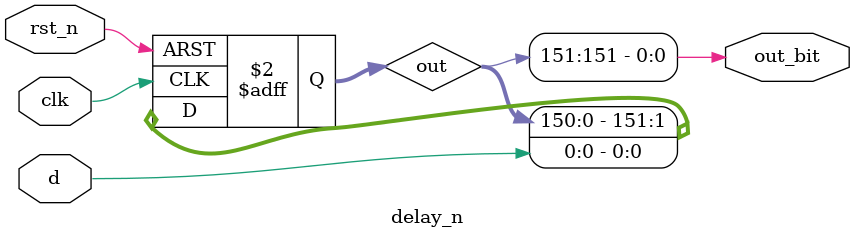
<source format=v>
module delay_n #(

	parameter D = 136 + 16

)(

	input clk,
	input rst_n,
	input d,


	output out_bit
);

	reg [D-1 : 0] out;
	
always @(posedge clk or posedge rst_n) begin

	if (rst_n) out <= 0;
	
	else out <= {out[D-2 : 0], d};
	
end

assign out_bit = out[D-1];

endmodule


</source>
